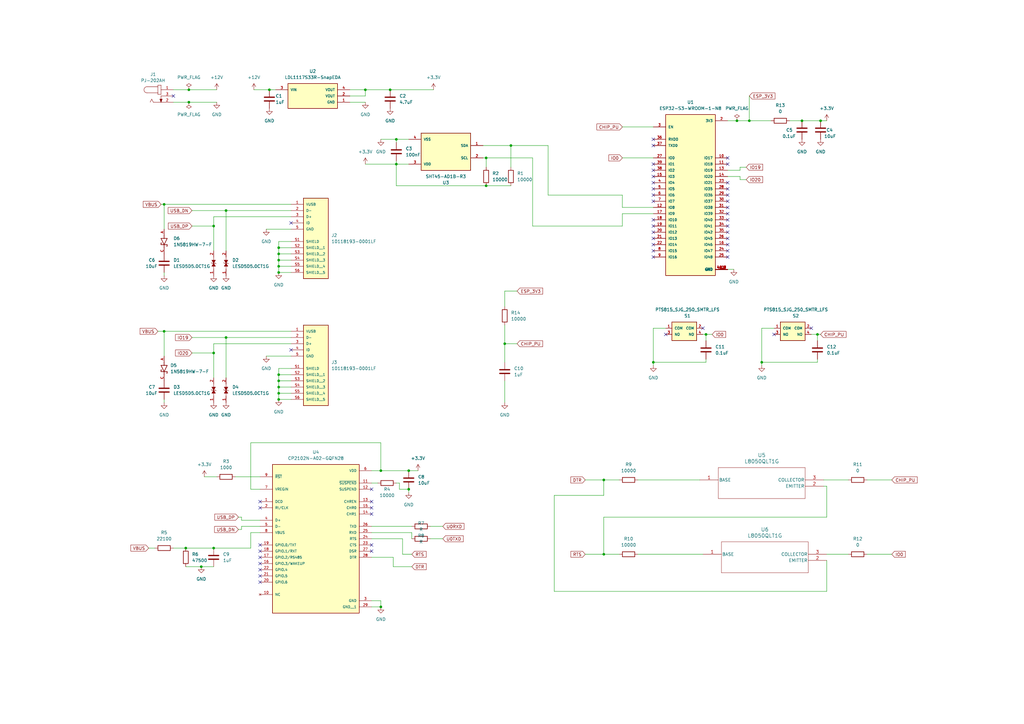
<source format=kicad_sch>
(kicad_sch (version 20230121) (generator eeschema)
  (paper "A3")
  (lib_symbols
    (symbol "Device:C" (pin_numbers hide) (pin_names (offset 0.254))
      (property "Reference" "C" (at 0.635 2.54 0))
      (property "Value" "C" (at 0.635 -2.54 0))
      (symbol "C_1_1"
        (pin passive line (at 0 3.81 270) (length 2.794) (name "~") (number "1"))
        (pin passive line (at 0 -3.81 90) (length 2.794) (name "~") (number "2"))
      )
    )
    (symbol "Device:R" (pin_numbers hide) (pin_names (offset 0))
      (property "Reference" "R" (at 2.032 0 90))
      (property "Value" "R" (at 0 0 90))
      (symbol "R_1_1"
        (pin passive line (at 0 3.81 270) (length 1.27) (name "~") (number "1"))
        (pin passive line (at 0 -3.81 90) (length 1.27) (name "~") (number "2"))
      )
    )
    (symbol "ECE445:10118193-0001LF" (pin_names (offset 1.016))
      (property "Reference" "J" (at -5.0817 10.9286 0))
      (property "Value" "10118193-0001LF" (at -5.0819 -25.4097 0))
      (symbol "10118193-0001LF_0_0"
        (pin passive line (at -10.16 7.62 0) (length 5.08) (name "VUSB") (number "1"))
        (pin passive line (at -10.16 5.08 0) (length 5.08) (name "D-") (number "2"))
        (pin passive line (at -10.16 2.54 0) (length 5.08) (name "D+") (number "3"))
        (pin passive line (at -10.16 0 0) (length 5.08) (name "ID") (number "4"))
        (pin passive line (at -10.16 -2.54 0) (length 5.08) (name "GND") (number "5"))
        (pin passive line (at -10.16 -7.62 0) (length 5.08) (name "SHIELD") (number "S1"))
        (pin passive line (at -10.16 -10.16 0) (length 5.08) (name "SHIELD__1") (number "S2"))
        (pin passive line (at -10.16 -12.7 0) (length 5.08) (name "SHIELD__2") (number "S3"))
        (pin passive line (at -10.16 -15.24 0) (length 5.08) (name "SHIELD__3") (number "S4"))
        (pin passive line (at -10.16 -17.78 0) (length 5.08) (name "SHIELD__4") (number "S5"))
        (pin passive line (at -10.16 -20.32 0) (length 5.08) (name "SHIELD__5") (number "S6"))
      )
    )
    (symbol "ECE445:1N5819HW-7-F" (pin_names (offset 1.016))
      (property "Reference" "D" (at -5.08 2.54 0))
      (property "Value" "1N5819HW-7-F" (at -5.08 -3.81 0))
      (symbol "1N5819HW-7-F_0_0"
        (pin passive line (at -5.08 0 0) (length 2.54) (name "~") (number "A"))
        (pin passive line (at 5.08 0 180) (length 2.54) (name "~") (number "C"))
      )
    )
    (symbol "ECE445:CP2102N-A02-GQFN28" (pin_names (offset 1.016))
      (property "Reference" "U" (at -17.78 33.02 0))
      (property "Value" "CP2102N-A02-GQFN28" (at -17.78 -35.56 0))
      (symbol "CP2102N-A02-GQFN28_0_0"
        (pin input line (at -22.86 15.24 0) (length 5.08) (name "DCD") (number "1"))
        (pin no_connect line (at -22.86 -22.86 0) (length 5.08) (name "NC") (number "10"))
        (pin output line (at 22.86 22.86 180) (length 5.08) (name "~{SUSPEND}") (number "11"))
        (pin output line (at 22.86 20.32 180) (length 5.08) (name "SUSPEND") (number "12"))
        (pin output line (at 22.86 15.24 180) (length 5.08) (name "CHREN") (number "13"))
        (pin output line (at 22.86 10.16 180) (length 5.08) (name "CHR1") (number "14"))
        (pin output line (at 22.86 12.7 180) (length 5.08) (name "CHR0") (number "15"))
        (pin bidirectional line (at -22.86 -10.16 0) (length 5.08) (name "GPIO.3/WAKEUP") (number "16"))
        (pin bidirectional line (at -22.86 -7.62 0) (length 5.08) (name "GPIO.2/RS485") (number "17"))
        (pin bidirectional line (at -22.86 -5.08 0) (length 5.08) (name "GPIO.1/RXT") (number "18"))
        (pin bidirectional line (at -22.86 -2.54 0) (length 5.08) (name "GPIO.0/TXT") (number "19"))
        (pin bidirectional line (at -22.86 12.7 0) (length 5.08) (name "RI/CLK") (number "2"))
        (pin bidirectional line (at -22.86 -17.78 0) (length 5.08) (name "GPIO.6") (number "20"))
        (pin bidirectional line (at -22.86 -15.24 0) (length 5.08) (name "GPIO.5") (number "21"))
        (pin bidirectional line (at -22.86 -12.7 0) (length 5.08) (name "GPIO.4") (number "22"))
        (pin input line (at 22.86 -2.54 180) (length 5.08) (name "CTS") (number "23"))
        (pin output line (at 22.86 0 180) (length 5.08) (name "RTS") (number "24"))
        (pin input line (at 22.86 2.54 180) (length 5.08) (name "RXD") (number "25"))
        (pin output line (at 22.86 5.08 180) (length 5.08) (name "TXD") (number "26"))
        (pin input line (at 22.86 -5.08 180) (length 5.08) (name "DSR") (number "27"))
        (pin output line (at 22.86 -7.62 180) (length 5.08) (name "DTR") (number "28"))
        (pin power_in line (at 22.86 -27.94 180) (length 5.08) (name "GND__1") (number "29"))
        (pin power_in line (at 22.86 -25.4 180) (length 5.08) (name "GND") (number "3"))
        (pin bidirectional line (at -22.86 7.62 0) (length 5.08) (name "D+") (number "4"))
        (pin bidirectional line (at -22.86 5.08 0) (length 5.08) (name "D-") (number "5"))
        (pin power_in line (at 22.86 27.94 180) (length 5.08) (name "VDD") (number "6"))
        (pin input line (at -22.86 20.32 0) (length 5.08) (name "VREGIN") (number "7"))
        (pin input line (at -22.86 2.54 0) (length 5.08) (name "VBUS") (number "8"))
        (pin input line (at -22.86 25.4 0) (length 5.08) (name "~{RST}") (number "9"))
      )
    )
    (symbol "ECE445:ESP32-S3-WROOM-1-N8" (pin_names (offset 1.016))
      (property "Reference" "U" (at -10.16 31.5722 0))
      (property "Value" "ESP32-S3-WROOM-1-N8" (at -10.16 -38.1 0))
      (symbol "ESP32-S3-WROOM-1-N8_0_0"
        (pin power_in line (at 15.24 -33.02 180) (length 5.08) (name "GND") (number "1"))
        (pin bidirectional line (at 15.24 12.7 180) (length 5.08) (name "IO17") (number "10"))
        (pin bidirectional line (at 15.24 10.16 180) (length 5.08) (name "IO18") (number "11"))
        (pin bidirectional line (at -15.24 -7.62 0) (length 5.08) (name "IO8") (number "12"))
        (pin bidirectional line (at 15.24 7.62 180) (length 5.08) (name "IO19") (number "13"))
        (pin bidirectional line (at 15.24 5.08 180) (length 5.08) (name "IO20") (number "14"))
        (pin bidirectional line (at -15.24 5.08 0) (length 5.08) (name "IO3") (number "15"))
        (pin bidirectional line (at 15.24 -22.86 180) (length 5.08) (name "IO46") (number "16"))
        (pin bidirectional line (at -15.24 -10.16 0) (length 5.08) (name "IO9") (number "17"))
        (pin bidirectional line (at -15.24 -12.7 0) (length 5.08) (name "IO10") (number "18"))
        (pin bidirectional line (at -15.24 -15.24 0) (length 5.08) (name "IO11") (number "19"))
        (pin power_in line (at 15.24 27.94 180) (length 5.08) (name "3V3") (number "2"))
        (pin bidirectional line (at -15.24 -17.78 0) (length 5.08) (name "IO12") (number "20"))
        (pin bidirectional line (at -15.24 -20.32 0) (length 5.08) (name "IO13") (number "21"))
        (pin bidirectional line (at -15.24 -22.86 0) (length 5.08) (name "IO14") (number "22"))
        (pin bidirectional line (at 15.24 2.54 180) (length 5.08) (name "IO21") (number "23"))
        (pin bidirectional line (at 15.24 -25.4 180) (length 5.08) (name "IO47") (number "24"))
        (pin bidirectional line (at 15.24 -27.94 180) (length 5.08) (name "IO48") (number "25"))
        (pin bidirectional line (at 15.24 -20.32 180) (length 5.08) (name "IO45") (number "26"))
        (pin bidirectional line (at -15.24 12.7 0) (length 5.08) (name "IO0") (number "27"))
        (pin bidirectional line (at 15.24 0 180) (length 5.08) (name "IO35") (number "28"))
        (pin bidirectional line (at 15.24 -2.54 180) (length 5.08) (name "IO36") (number "29"))
        (pin input line (at -15.24 25.4 0) (length 5.08) (name "EN") (number "3"))
        (pin bidirectional line (at 15.24 -5.08 180) (length 5.08) (name "IO37") (number "30"))
        (pin bidirectional line (at 15.24 -7.62 180) (length 5.08) (name "IO38") (number "31"))
        (pin bidirectional line (at 15.24 -10.16 180) (length 5.08) (name "IO39") (number "32"))
        (pin bidirectional line (at 15.24 -12.7 180) (length 5.08) (name "IO40") (number "33"))
        (pin bidirectional line (at 15.24 -15.24 180) (length 5.08) (name "IO41") (number "34"))
        (pin bidirectional line (at 15.24 -17.78 180) (length 5.08) (name "IO42") (number "35"))
        (pin bidirectional line (at -15.24 20.32 0) (length 5.08) (name "RXD0") (number "36"))
        (pin bidirectional line (at -15.24 17.78 0) (length 5.08) (name "TXD0") (number "37"))
        (pin bidirectional line (at -15.24 7.62 0) (length 5.08) (name "IO2") (number "38"))
        (pin bidirectional line (at -15.24 10.16 0) (length 5.08) (name "IO1") (number "39"))
        (pin bidirectional line (at -15.24 2.54 0) (length 5.08) (name "IO4") (number "4"))
        (pin power_in line (at 15.24 -33.02 180) (length 5.08) (name "GND") (number "40"))
        (pin power_in line (at 15.24 -33.02 180) (length 5.08) (name "GND") (number "41_1"))
        (pin power_in line (at 15.24 -33.02 180) (length 5.08) (name "GND") (number "41_2"))
        (pin power_in line (at 15.24 -33.02 180) (length 5.08) (name "GND") (number "41_3"))
        (pin power_in line (at 15.24 -33.02 180) (length 5.08) (name "GND") (number "41_4"))
        (pin power_in line (at 15.24 -33.02 180) (length 5.08) (name "GND") (number "41_5"))
        (pin power_in line (at 15.24 -33.02 180) (length 5.08) (name "GND") (number "41_6"))
        (pin power_in line (at 15.24 -33.02 180) (length 5.08) (name "GND") (number "41_7"))
        (pin power_in line (at 15.24 -33.02 180) (length 5.08) (name "GND") (number "41_8"))
        (pin power_in line (at 15.24 -33.02 180) (length 5.08) (name "GND") (number "41_9"))
        (pin bidirectional line (at -15.24 0 0) (length 5.08) (name "IO5") (number "5"))
        (pin bidirectional line (at -15.24 -2.54 0) (length 5.08) (name "IO6") (number "6"))
        (pin bidirectional line (at -15.24 -5.08 0) (length 5.08) (name "IO7") (number "7"))
        (pin bidirectional line (at -15.24 -25.4 0) (length 5.08) (name "IO15") (number "8"))
        (pin bidirectional line (at -15.24 -27.94 0) (length 5.08) (name "IO16") (number "9"))
      )
    )
    (symbol "ECE445:L8050QLT1G" (pin_names (offset 0.254))
      (property "Reference" "U" (at 25.4 10.16 0))
      (property "Value" "L8050QLT1G" (at 25.4 7.62 0))
      (symbol "L8050QLT1G_0_1"
        (pin unspecified line (at 0 0 0) (length 7.62) (name "BASE") (number "1"))
        (pin unspecified line (at 50.8 -2.54 180) (length 7.62) (name "EMITTER") (number "2"))
        (pin unspecified line (at 50.8 0 180) (length 7.62) (name "COLLECTOR") (number "3"))
      )
    )
    (symbol "ECE445:LDL1117S33R-SnapEDA" (pin_names (offset 1.016))
      (property "Reference" "U" (at -10.16 7.62 0))
      (property "Value" "LDL1117S33R-SnapEDA" (at -10.16 -10.16 0))
      (symbol "LDL1117S33R-SnapEDA_0_0"
        (pin power_in line (at 15.24 -2.54 180) (length 5.08) (name "GND") (number "1"))
        (pin input line (at -15.24 2.54 0) (length 5.08) (name "VIN") (number "3"))
      )
      (symbol "LDL1117S33R-SnapEDA_1_0"
        (pin power_in line (at 15.24 0 180) (length 5.08) (name "VOUT") (number "2"))
        (pin power_out line (at 15.24 2.54 180) (length 5.08) (name "VOUT") (number "4"))
      )
    )
    (symbol "ECE445:LESD5D5.0CT1G" (pin_names (offset 1.016))
      (property "Reference" "D" (at -5.08 2.54 0))
      (property "Value" "LESD5D5.0CT1G" (at -5.08 -5.08 0))
      (symbol "LESD5D5.0CT1G_0_0"
        (pin passive line (at -5.08 0 0) (length 2.54) (name "~") (number "1"))
        (pin passive line (at 5.08 0 180) (length 2.54) (name "~") (number "2"))
      )
    )
    (symbol "ECE445:PJ-202AH" (pin_names (offset 1.016))
      (property "Reference" "J" (at -7.6202 5.0801 0))
      (property "Value" "PJ-202AH" (at -7.6203 -5.0802 0))
      (symbol "PJ-202AH_0_0"
        (pin passive line (at 5.08 2.54 180) (length 5.08) (name "~") (number "1"))
        (pin passive line (at 5.08 -2.54 180) (length 5.08) (name "~") (number "2"))
        (pin passive line (at 5.08 0 180) (length 5.08) (name "~") (number "3"))
      )
    )
    (symbol "ECE445:PTS815_SJG_250_SMTR_LFS" (pin_names (offset 1.016))
      (property "Reference" "S" (at 5.08 5.08 0))
      (property "Value" "PTS815_SJG_250_SMTR_LFS" (at 5.08 2.54 0))
      (symbol "PTS815_SJG_250_SMTR_LFS_0_0"
        (pin bidirectional line (at 12.7 -5.08 180) (length 2.54) (name "COM") (number "1"))
        (pin bidirectional line (at -2.54 -5.08 0) (length 2.54) (name "COM") (number "2"))
        (pin bidirectional line (at 12.7 -2.54 180) (length 2.54) (name "NO") (number "3"))
        (pin bidirectional line (at -2.54 -2.54 0) (length 2.54) (name "NO") (number "4"))
      )
    )
    (symbol "ECE445:SHT45-AD1B-R3" (pin_names (offset 1.016))
      (property "Reference" "U" (at -10.16 8.89 0))
      (property "Value" "SHT45-AD1B-R3" (at -10.16 -10.16 0))
      (symbol "SHT45-AD1B-R3_0_0"
        (pin bidirectional line (at -15.24 -2.54 0) (length 5.08) (name "SDA") (number "1"))
        (pin input line (at -15.24 2.54 0) (length 5.08) (name "SCL") (number "2"))
        (pin power_in line (at 15.24 5.08 180) (length 5.08) (name "VDD") (number "3"))
        (pin power_in line (at 15.24 -5.08 180) (length 5.08) (name "VSS") (number "4"))
      )
    )
    (symbol "power:+12V" (power) (pin_names (offset 0))
      (property "Value" "+12V" (at 0 3.556 0))
      (symbol "+12V_1_1"
        (pin power_in line (at 0 0 90) (length 0) hide (name "+12V") (number "1"))
      )
    )
    (symbol "power:+3.3V" (power) (pin_names (offset 0))
      (property "Value" "+3.3V" (at 0 3.556 0))
      (symbol "+3.3V_1_1"
        (pin power_in line (at 0 0 90) (length 0) hide (name "+3.3V") (number "1"))
      )
    )
    (symbol "power:GND" (power) (pin_names (offset 0))
      (property "Value" "GND" (at 0 -3.81 0))
      (symbol "GND_1_1"
        (pin power_in line (at 0 0 270) (length 0) hide (name "GND") (number "1"))
      )
    )
    (symbol "power:PWR_FLAG" (power) (pin_numbers hide) (pin_names (offset 0) hide)
      (property "Value" "PWR_FLAG" (at 0 3.81 0))
      (symbol "PWR_FLAG_0_0"
        (pin power_out line (at 0 0 90) (length 0) (name "pwr") (number "1"))
      )
    )
  )
  (junction (at 162.56 67.31))
  (junction (at 302.26 49.53))
  (junction (at 209.55 59.69))
  (junction (at 82.55 232.41))
  (junction (at 267.97 148.59))
  (junction (at 156.21 248.92))
  (junction (at 247.65 196.85))
  (junction (at 335.28 137.16))
  (junction (at 114.3 109.22))
  (junction (at 114.3 104.14))
  (junction (at 160.02 36.83))
  (junction (at 199.39 76.2))
  (junction (at 247.65 227.33))
  (junction (at 114.3 156.21))
  (junction (at 289.56 137.16))
  (junction (at 328.93 49.53))
  (junction (at 87.63 224.79))
  (junction (at 156.21 193.04))
  (junction (at 67.31 135.89))
  (junction (at 114.3 106.68))
  (junction (at 110.49 36.83))
  (junction (at 336.55 49.53))
  (junction (at 207.01 140.97))
  (junction (at 307.34 49.53))
  (junction (at 92.71 86.36))
  (junction (at 149.86 36.83))
  (junction (at 77.47 36.83))
  (junction (at 312.42 148.59))
  (junction (at 114.3 153.67))
  (junction (at 67.31 83.82))
  (junction (at 87.63 144.78))
  (junction (at 114.3 161.29))
  (junction (at 114.3 163.83))
  (junction (at 167.64 193.04))
  (junction (at 114.3 158.75))
  (junction (at 87.63 92.71))
  (junction (at 114.3 111.76))
  (junction (at 76.2 224.79))
  (junction (at 162.56 57.15))
  (junction (at 77.47 41.91))
  (junction (at 167.64 200.66))
  (junction (at 114.3 101.6))
  (junction (at 199.39 64.77))
  (junction (at 92.71 138.43))
  (no_connect (at 267.97 69.85))
  (no_connect (at 119.38 143.51))
  (no_connect (at 298.45 64.77))
  (no_connect (at 298.45 105.41))
  (no_connect (at 152.4 223.52))
  (no_connect (at 298.45 90.17))
  (no_connect (at 267.97 105.41))
  (no_connect (at 267.97 92.71))
  (no_connect (at 267.97 72.39))
  (no_connect (at 267.97 97.79))
  (no_connect (at 298.45 87.63))
  (no_connect (at 71.12 39.37))
  (no_connect (at 267.97 82.55))
  (no_connect (at 152.4 226.06))
  (no_connect (at 267.97 77.47))
  (no_connect (at 298.45 95.25))
  (no_connect (at 267.97 57.15))
  (no_connect (at 298.45 67.31))
  (no_connect (at 106.68 238.76))
  (no_connect (at 298.45 74.93))
  (no_connect (at 317.5 137.16))
  (no_connect (at 267.97 90.17))
  (no_connect (at 106.68 236.22))
  (no_connect (at 152.4 210.82))
  (no_connect (at 267.97 59.69))
  (no_connect (at 298.45 80.01))
  (no_connect (at 106.68 223.52))
  (no_connect (at 298.45 92.71))
  (no_connect (at 106.68 233.68))
  (no_connect (at 298.45 82.55))
  (no_connect (at 106.68 231.14))
  (no_connect (at 152.4 208.28))
  (no_connect (at 298.45 102.87))
  (no_connect (at 267.97 102.87))
  (no_connect (at 288.29 134.62))
  (no_connect (at 267.97 100.33))
  (no_connect (at 152.4 205.74))
  (no_connect (at 106.68 208.28))
  (no_connect (at 298.45 85.09))
  (no_connect (at 298.45 77.47))
  (no_connect (at 267.97 67.31))
  (no_connect (at 267.97 74.93))
  (no_connect (at 298.45 100.33))
  (no_connect (at 298.45 97.79))
  (no_connect (at 152.4 200.66))
  (no_connect (at 106.68 228.6))
  (no_connect (at 273.05 137.16))
  (no_connect (at 106.68 226.06))
  (no_connect (at 332.74 134.62))
  (no_connect (at 119.38 91.44))
  (no_connect (at 267.97 80.01))
  (no_connect (at 267.97 95.25))
  (no_connect (at 106.68 205.74))
  (wire (pts (xy 143.51 36.83) (xy 149.86 36.83)))
  (wire (pts (xy 267.97 148.59) (xy 289.56 148.59)))
  (wire (pts (xy 114.3 158.75) (xy 119.38 158.75)))
  (wire (pts (xy 199.39 64.77) (xy 218.44 64.77)))
  (wire (pts (xy 156.21 246.38) (xy 156.21 248.92)))
  (wire (pts (xy 207.01 156.21) (xy 207.01 165.1)))
  (wire (pts (xy 162.56 66.04) (xy 162.56 67.31)))
  (wire (pts (xy 110.49 36.83) (xy 113.03 36.83)))
  (wire (pts (xy 261.62 227.33) (xy 288.29 227.33)))
  (wire (pts (xy 114.3 104.14) (xy 114.3 106.68)))
  (wire (pts (xy 289.56 137.16) (xy 292.1 137.16)))
  (wire (pts (xy 198.12 64.77) (xy 199.39 64.77)))
  (wire (pts (xy 255.27 92.71) (xy 255.27 87.63)))
  (wire (pts (xy 104.14 36.83) (xy 110.49 36.83)))
  (wire (pts (xy 161.29 228.6) (xy 161.29 232.41)))
  (wire (pts (xy 71.12 41.91) (xy 77.47 41.91)))
  (wire (pts (xy 149.86 36.83) (xy 160.02 36.83)))
  (wire (pts (xy 207.01 140.97) (xy 207.01 148.59)))
  (wire (pts (xy 255.27 85.09) (xy 267.97 85.09)))
  (wire (pts (xy 162.56 57.15) (xy 162.56 58.42)))
  (wire (pts (xy 114.3 101.6) (xy 114.3 104.14)))
  (wire (pts (xy 209.55 59.69) (xy 198.12 59.69)))
  (wire (pts (xy 255.27 87.63) (xy 267.97 87.63)))
  (wire (pts (xy 298.45 72.39) (xy 303.53 72.39)))
  (wire (pts (xy 114.3 104.14) (xy 119.38 104.14)))
  (wire (pts (xy 335.28 137.16) (xy 336.55 137.16)))
  (wire (pts (xy 114.3 109.22) (xy 114.3 111.76)))
  (wire (pts (xy 114.3 99.06) (xy 114.3 101.6)))
  (wire (pts (xy 339.09 49.53) (xy 336.55 49.53)))
  (wire (pts (xy 224.79 59.69) (xy 209.55 59.69)))
  (wire (pts (xy 71.12 36.83) (xy 77.47 36.83)))
  (wire (pts (xy 207.01 140.97) (xy 212.09 140.97)))
  (wire (pts (xy 99.06 217.17) (xy 99.06 215.9)))
  (wire (pts (xy 152.4 218.44) (xy 168.91 218.44)))
  (wire (pts (xy 312.42 134.62) (xy 312.42 148.59)))
  (wire (pts (xy 78.74 138.43) (xy 92.71 138.43)))
  (wire (pts (xy 303.53 69.85) (xy 303.53 68.58)))
  (wire (pts (xy 87.63 144.78) (xy 87.63 140.97)))
  (wire (pts (xy 114.3 156.21) (xy 114.3 158.75)))
  (wire (pts (xy 339.09 229.87) (xy 339.09 242.57)))
  (wire (pts (xy 78.74 86.36) (xy 92.71 86.36)))
  (wire (pts (xy 114.3 158.75) (xy 114.3 161.29)))
  (wire (pts (xy 335.28 147.32) (xy 335.28 148.59)))
  (wire (pts (xy 67.31 135.89) (xy 119.38 135.89)))
  (wire (pts (xy 87.63 144.78) (xy 87.63 154.94)))
  (wire (pts (xy 87.63 88.9) (xy 119.38 88.9)))
  (wire (pts (xy 176.53 220.98) (xy 181.61 220.98)))
  (wire (pts (xy 67.31 83.82) (xy 119.38 83.82)))
  (wire (pts (xy 337.82 196.85) (xy 347.98 196.85)))
  (wire (pts (xy 336.55 49.53) (xy 328.93 49.53)))
  (wire (pts (xy 339.09 242.57) (xy 227.33 242.57)))
  (wire (pts (xy 78.74 92.71) (xy 87.63 92.71)))
  (wire (pts (xy 67.31 135.89) (xy 67.31 146.05)))
  (wire (pts (xy 114.3 101.6) (xy 119.38 101.6)))
  (wire (pts (xy 298.45 69.85) (xy 303.53 69.85)))
  (wire (pts (xy 96.52 195.58) (xy 106.68 195.58)))
  (wire (pts (xy 143.51 39.37) (xy 149.86 39.37)))
  (wire (pts (xy 227.33 203.2) (xy 247.65 203.2)))
  (wire (pts (xy 152.4 246.38) (xy 156.21 246.38)))
  (wire (pts (xy 218.44 92.71) (xy 218.44 64.77)))
  (wire (pts (xy 162.56 198.12) (xy 163.83 198.12)))
  (wire (pts (xy 102.87 200.66) (xy 102.87 181.61)))
  (wire (pts (xy 102.87 224.79) (xy 87.63 224.79)))
  (wire (pts (xy 77.47 41.91) (xy 88.9 41.91)))
  (wire (pts (xy 302.26 49.53) (xy 307.34 49.53)))
  (wire (pts (xy 76.2 232.41) (xy 82.55 232.41)))
  (wire (pts (xy 337.82 199.39) (xy 339.09 199.39)))
  (wire (pts (xy 165.1 220.98) (xy 165.1 227.33)))
  (wire (pts (xy 317.5 134.62) (xy 312.42 134.62)))
  (wire (pts (xy 92.71 138.43) (xy 92.71 154.94)))
  (wire (pts (xy 303.53 72.39) (xy 303.53 73.66)))
  (wire (pts (xy 156.21 57.15) (xy 162.56 57.15)))
  (wire (pts (xy 247.65 227.33) (xy 254 227.33)))
  (wire (pts (xy 152.4 198.12) (xy 154.94 198.12)))
  (wire (pts (xy 114.3 163.83) (xy 119.38 163.83)))
  (wire (pts (xy 102.87 218.44) (xy 102.87 224.79)))
  (wire (pts (xy 114.3 153.67) (xy 114.3 156.21)))
  (wire (pts (xy 323.85 49.53) (xy 328.93 49.53)))
  (wire (pts (xy 312.42 148.59) (xy 312.42 149.86)))
  (wire (pts (xy 152.4 248.92) (xy 156.21 248.92)))
  (wire (pts (xy 303.53 73.66) (xy 306.07 73.66)))
  (wire (pts (xy 78.74 144.78) (xy 87.63 144.78)))
  (wire (pts (xy 199.39 64.77) (xy 199.39 68.58)))
  (wire (pts (xy 218.44 92.71) (xy 255.27 92.71)))
  (wire (pts (xy 109.22 146.05) (xy 119.38 146.05)))
  (wire (pts (xy 247.65 203.2) (xy 247.65 196.85)))
  (wire (pts (xy 261.62 196.85) (xy 287.02 196.85)))
  (wire (pts (xy 332.74 137.16) (xy 335.28 137.16)))
  (wire (pts (xy 87.63 140.97) (xy 119.38 140.97)))
  (wire (pts (xy 267.97 134.62) (xy 267.97 148.59)))
  (wire (pts (xy 76.2 224.79) (xy 87.63 224.79)))
  (wire (pts (xy 102.87 181.61) (xy 156.21 181.61)))
  (wire (pts (xy 67.31 83.82) (xy 67.31 93.98)))
  (wire (pts (xy 92.71 86.36) (xy 119.38 86.36)))
  (wire (pts (xy 307.34 49.53) (xy 316.23 49.53)))
  (wire (pts (xy 143.51 41.91) (xy 149.86 41.91)))
  (wire (pts (xy 167.64 201.93) (xy 167.64 200.66)))
  (wire (pts (xy 77.47 36.83) (xy 88.9 36.83)))
  (wire (pts (xy 114.3 161.29) (xy 119.38 161.29)))
  (wire (pts (xy 163.83 198.12) (xy 163.83 200.66)))
  (wire (pts (xy 240.03 196.85) (xy 247.65 196.85)))
  (wire (pts (xy 199.39 76.2) (xy 209.55 76.2)))
  (wire (pts (xy 168.91 218.44) (xy 168.91 220.98)))
  (wire (pts (xy 339.09 212.09) (xy 247.65 212.09)))
  (wire (pts (xy 87.63 92.71) (xy 87.63 88.9)))
  (wire (pts (xy 163.83 200.66) (xy 167.64 200.66)))
  (wire (pts (xy 114.3 156.21) (xy 119.38 156.21)))
  (wire (pts (xy 149.86 39.37) (xy 149.86 36.83)))
  (wire (pts (xy 119.38 151.13) (xy 114.3 151.13)))
  (wire (pts (xy 267.97 148.59) (xy 267.97 149.86)))
  (wire (pts (xy 92.71 138.43) (xy 119.38 138.43)))
  (wire (pts (xy 247.65 212.09) (xy 247.65 227.33)))
  (wire (pts (xy 298.45 49.53) (xy 302.26 49.53)))
  (wire (pts (xy 99.06 213.36) (xy 106.68 213.36)))
  (wire (pts (xy 99.06 212.09) (xy 99.06 213.36)))
  (wire (pts (xy 335.28 148.59) (xy 312.42 148.59)))
  (wire (pts (xy 167.64 193.04) (xy 171.45 193.04)))
  (wire (pts (xy 339.09 199.39) (xy 339.09 212.09)))
  (wire (pts (xy 160.02 36.83) (xy 177.8 36.83)))
  (wire (pts (xy 212.09 119.38) (xy 207.01 119.38)))
  (wire (pts (xy 335.28 137.16) (xy 335.28 139.7)))
  (wire (pts (xy 209.55 59.69) (xy 209.55 68.58)))
  (wire (pts (xy 162.56 67.31) (xy 167.64 67.31)))
  (wire (pts (xy 288.29 137.16) (xy 289.56 137.16)))
  (wire (pts (xy 114.3 106.68) (xy 114.3 109.22)))
  (wire (pts (xy 114.3 161.29) (xy 114.3 163.83)))
  (wire (pts (xy 66.04 83.82) (xy 67.31 83.82)))
  (wire (pts (xy 273.05 134.62) (xy 267.97 134.62)))
  (wire (pts (xy 207.01 133.35) (xy 207.01 140.97)))
  (wire (pts (xy 255.27 52.07) (xy 267.97 52.07)))
  (wire (pts (xy 109.22 93.98) (xy 119.38 93.98)))
  (wire (pts (xy 114.3 151.13) (xy 114.3 153.67)))
  (wire (pts (xy 99.06 215.9) (xy 106.68 215.9)))
  (wire (pts (xy 97.79 212.09) (xy 99.06 212.09)))
  (wire (pts (xy 114.3 153.67) (xy 119.38 153.67)))
  (wire (pts (xy 355.6 227.33) (xy 365.76 227.33)))
  (wire (pts (xy 199.39 76.2) (xy 162.56 76.2)))
  (wire (pts (xy 114.3 106.68) (xy 119.38 106.68)))
  (wire (pts (xy 224.79 80.01) (xy 224.79 59.69)))
  (wire (pts (xy 114.3 109.22) (xy 119.38 109.22)))
  (wire (pts (xy 176.53 215.9) (xy 181.61 215.9)))
  (wire (pts (xy 156.21 193.04) (xy 167.64 193.04)))
  (wire (pts (xy 307.34 39.37) (xy 307.34 49.53)))
  (wire (pts (xy 152.4 220.98) (xy 165.1 220.98)))
  (wire (pts (xy 119.38 99.06) (xy 114.3 99.06)))
  (wire (pts (xy 303.53 68.58) (xy 306.07 68.58)))
  (wire (pts (xy 240.03 227.33) (xy 247.65 227.33)))
  (wire (pts (xy 152.4 228.6) (xy 161.29 228.6)))
  (wire (pts (xy 83.82 195.58) (xy 88.9 195.58)))
  (wire (pts (xy 289.56 147.32) (xy 289.56 148.59)))
  (wire (pts (xy 224.79 80.01) (xy 255.27 80.01)))
  (wire (pts (xy 255.27 80.01) (xy 255.27 85.09)))
  (wire (pts (xy 161.29 232.41) (xy 168.91 232.41)))
  (wire (pts (xy 114.3 111.76) (xy 119.38 111.76)))
  (wire (pts (xy 152.4 193.04) (xy 156.21 193.04)))
  (wire (pts (xy 152.4 215.9) (xy 168.91 215.9)))
  (wire (pts (xy 97.79 217.17) (xy 99.06 217.17)))
  (wire (pts (xy 355.6 196.85) (xy 365.76 196.85)))
  (wire (pts (xy 71.12 224.79) (xy 76.2 224.79)))
  (wire (pts (xy 156.21 181.61) (xy 156.21 193.04)))
  (wire (pts (xy 162.56 57.15) (xy 167.64 57.15)))
  (wire (pts (xy 64.77 135.89) (xy 67.31 135.89)))
  (wire (pts (xy 82.55 232.41) (xy 87.63 232.41)))
  (wire (pts (xy 162.56 76.2) (xy 162.56 67.31)))
  (wire (pts (xy 207.01 119.38) (xy 207.01 125.73)))
  (wire (pts (xy 300.99 110.49) (xy 298.45 110.49)))
  (wire (pts (xy 165.1 227.33) (xy 168.91 227.33)))
  (wire (pts (xy 227.33 242.57) (xy 227.33 203.2)))
  (wire (pts (xy 247.65 196.85) (xy 254 196.85)))
  (wire (pts (xy 339.09 227.33) (xy 347.98 227.33)))
  (wire (pts (xy 92.71 86.36) (xy 92.71 102.87)))
  (wire (pts (xy 255.27 64.77) (xy 267.97 64.77)))
  (wire (pts (xy 87.63 92.71) (xy 87.63 102.87)))
  (wire (pts (xy 67.31 111.76) (xy 67.31 113.03)))
  (wire (pts (xy 60.96 224.79) (xy 63.5 224.79)))
  (wire (pts (xy 289.56 137.16) (xy 289.56 139.7)))
  (wire (pts (xy 67.31 163.83) (xy 67.31 165.1)))
  (wire (pts (xy 106.68 218.44) (xy 102.87 218.44)))
  (wire (pts (xy 149.86 67.31) (xy 162.56 67.31)))
  (wire (pts (xy 106.68 200.66) (xy 102.87 200.66)))
  (global_label "VBUS" (shape input) (at 64.77 135.89 180) (property "Intersheetrefs" "${INTERSHEET_REFS}" (effects hide)))
  (global_label "IO0" (shape input) (at 292.1 137.16 0) (property "Intersheetrefs" "${INTERSHEET_REFS}" (effects hide)))
  (global_label "U0RXD" (shape input) (at 181.61 215.9 0) (property "Intersheetrefs" "${INTERSHEET_REFS}" (effects hide)))
  (global_label "U0TXD" (shape input) (at 181.61 220.98 0) (property "Intersheetrefs" "${INTERSHEET_REFS}" (effects hide)))
  (global_label "CHIP_PU" (shape input) (at 365.76 196.85 0) (property "Intersheetrefs" "${INTERSHEET_REFS}" (effects hide)))
  (global_label "ESP_3V3" (shape input) (at 307.34 39.37 0) (property "Intersheetrefs" "${INTERSHEET_REFS}" (effects hide)))
  (global_label "CHIP_PU" (shape input) (at 255.27 52.07 180) (property "Intersheetrefs" "${INTERSHEET_REFS}" (effects hide)))
  (global_label "DTR" (shape input) (at 240.03 196.85 180) (property "Intersheetrefs" "${INTERSHEET_REFS}" (effects hide)))
  (global_label "IO19" (shape input) (at 306.07 68.58 0) (property "Intersheetrefs" "${INTERSHEET_REFS}" (effects hide)))
  (global_label "RTS" (shape input) (at 240.03 227.33 180) (property "Intersheetrefs" "${INTERSHEET_REFS}" (effects hide)))
  (global_label "IO0" (shape input) (at 255.27 64.77 180) (property "Intersheetrefs" "${INTERSHEET_REFS}" (effects hide)))
  (global_label "CHIP_PU" (shape input) (at 212.09 140.97 0) (property "Intersheetrefs" "${INTERSHEET_REFS}" (effects hide)))
  (global_label "IO20" (shape input) (at 78.74 144.78 180) (property "Intersheetrefs" "${INTERSHEET_REFS}" (effects hide)))
  (global_label "USB_DP" (shape input) (at 78.74 92.71 180) (property "Intersheetrefs" "${INTERSHEET_REFS}" (effects hide)))
  (global_label "VBUS" (shape input) (at 66.04 83.82 180) (property "Intersheetrefs" "${INTERSHEET_REFS}" (effects hide)))
  (global_label "VBUS" (shape input) (at 60.96 224.79 180) (property "Intersheetrefs" "${INTERSHEET_REFS}" (effects hide)))
  (global_label "USB_DN" (shape input) (at 97.79 217.17 180) (property "Intersheetrefs" "${INTERSHEET_REFS}" (effects hide)))
  (global_label "RTS" (shape input) (at 168.91 227.33 0) (property "Intersheetrefs" "${INTERSHEET_REFS}" (effects hide)))
  (global_label "IO20" (shape input) (at 306.07 73.66 0) (property "Intersheetrefs" "${INTERSHEET_REFS}" (effects hide)))
  (global_label "CHIP_PU" (shape input) (at 336.55 137.16 0) (property "Intersheetrefs" "${INTERSHEET_REFS}" (effects hide)))
  (global_label "ESP_3V3" (shape input) (at 212.09 119.38 0) (property "Intersheetrefs" "${INTERSHEET_REFS}" (effects hide)))
  (global_label "USB_DN" (shape input) (at 78.74 86.36 180) (property "Intersheetrefs" "${INTERSHEET_REFS}" (effects hide)))
  (global_label "DTR" (shape input) (at 168.91 232.41 0) (property "Intersheetrefs" "${INTERSHEET_REFS}" (effects hide)))
  (global_label "USB_DP" (shape input) (at 97.79 212.09 180) (property "Intersheetrefs" "${INTERSHEET_REFS}" (effects hide)))
  (global_label "IO19" (shape input) (at 78.74 138.43 180) (property "Intersheetrefs" "${INTERSHEET_REFS}" (effects hide)))
  (global_label "IO0" (shape input) (at 365.76 227.33 0) (property "Intersheetrefs" "${INTERSHEET_REFS}" (effects hide)))
  (symbol (lib_id "ECE445:LESD5D5.0CT1G") (at 92.71 160.02 90) (unit 1)
    (property "Reference" "D4" (at 95.25 158.75 90) (effects (justify right)))
    (property "Value" "LESD5D5.0CT1G" (at 95.25 161.29 90) (effects (justify right)))
    (property "Footprint" "LESD5D5.0CT1G:TVS_LESD5D5.0CT1G" (effects hide))
    (property "MF" "Leshan Radio Co." (effects hide))
    (property "MAXIMUM_PACKAGE_HEIGHT" "0.7 mm" (effects hide))
    (property "Package" "None" (effects hide))
    (property "Price" "None" (effects hide))
    (property "Check_prices" "https://www.snapeda.com/parts/LESD5D5.0CT1G/Leshan+Radio+Co./view-part/?ref=eda" (effects hide))
    (property "STANDARD" "Manufacturer Recommendations" (effects hide))
    (property "PARTREV" "O" (effects hide))
    (property "SnapEDA_Link" "https://www.snapeda.com/parts/LESD5D5.0CT1G/Leshan+Radio+Co./view-part/?ref=snap" (effects hide))
    (property "MP" "LESD5D5.0CT1G" (effects hide))
    (property "Description" "\nTransient Voltage Suppressors for ESD Protection\n" (effects hide))
    (property "Availability" "Not in stock" (effects hide))
    (property "MANUFACTURER" "LRC" (effects hide))
  )
  (symbol (lib_id "power:GND") (at 328.93 57.15 0) (mirror y) (unit 1)
    (property "Reference" "#PWR014" (effects hide))
    (property "Value" "GND" (at 328.93 62.23 0))
  )
  (symbol (lib_id "Device:R") (at 209.55 72.39 0) (unit 1)
    (property "Reference" "R1" (at 212.09 71.12 0) (effects (justify left)))
    (property "Value" "10000" (at 212.09 73.66 0) (effects (justify left)))
  )
  (symbol (lib_id "Device:R") (at 172.72 220.98 90) (unit 1)
    (property "Reference" "R8" (at 172.72 219.71 90))
    (property "Value" "R" (at 172.72 222.25 90))
  )
  (symbol (lib_id "power:PWR_FLAG") (at 77.47 36.83 0) (unit 1)
    (property "Reference" "#FLG01" (effects hide))
    (property "Value" "PWR_FLAG" (at 77.47 31.75 0))
  )
  (symbol (lib_id "ECE445:L8050QLT1G") (at 288.29 227.33 0) (unit 1)
    (property "Reference" "U6" (at 313.69 217.17 0) (effects (font (size 1.524 1.524))))
    (property "Value" "L8050QLT1G" (at 313.69 219.71 0) (effects (font (size 1.524 1.524))))
    (property "Footprint" "SOT-23_ONS" (effects hide))
    (property "Datasheet" "KSC3265YMTF" (effects hide))
  )
  (symbol (lib_id "Device:R") (at 257.81 196.85 90) (unit 1)
    (property "Reference" "R9" (at 257.81 190.5 90))
    (property "Value" "10000" (at 257.81 193.04 90))
  )
  (symbol (lib_id "power:GND") (at 87.63 165.1 0) (unit 1)
    (property "Reference" "#PWR018" (effects hide))
    (property "Value" "GND" (at 87.63 170.18 0))
  )
  (symbol (lib_id "ECE445:L8050QLT1G") (at 287.02 196.85 0) (unit 1)
    (property "Reference" "U5" (at 312.42 186.69 0) (effects (font (size 1.524 1.524))))
    (property "Value" "L8050QLT1G" (at 312.42 189.23 0) (effects (font (size 1.524 1.524))))
    (property "Footprint" "SOT-23_ONS" (effects hide))
    (property "Datasheet" "KSC3265YMTF" (effects hide))
  )
  (symbol (lib_id "Device:R") (at 207.01 129.54 0) (unit 1)
    (property "Reference" "R14" (at 209.55 128.27 0) (effects (justify left)))
    (property "Value" "10000" (at 209.55 130.81 0) (effects (justify left)))
  )
  (symbol (lib_id "Device:C") (at 87.63 228.6 0) (unit 1)
    (property "Reference" "C9" (at 91.44 227.33 0) (effects (justify left)))
    (property "Value" "1uF" (at 91.44 229.87 0) (effects (justify left)))
  )
  (symbol (lib_id "ECE445:10118193-0001LF") (at 129.54 143.51 0) (unit 1)
    (property "Reference" "J3" (at 135.89 148.59 0) (effects (justify left)))
    (property "Value" "10118193-0001LF" (at 135.89 151.13 0) (effects (justify left)))
    (property "Footprint" "10118193-0001LF:AMPHENOL_10118193-0001LF" (effects hide))
    (property "PARTREV" "E" (effects hide))
    (property "MANUFACTURER" "Amphenol FCI" (effects hide))
    (property "MAXIMUM_PACKAGE_HEIGHT" "2.55 mm" (effects hide))
    (property "STANDARD" "Manufacturer Recommendations" (effects hide))
  )
  (symbol (lib_id "Device:C") (at 160.02 40.64 0) (unit 1)
    (property "Reference" "C2" (at 163.83 39.37 0) (effects (justify left)))
    (property "Value" "4.7uF" (at 163.83 41.91 0) (effects (justify left)))
  )
  (symbol (lib_id "ECE445:1N5819HW-7-F") (at 67.31 151.13 270) (unit 1)
    (property "Reference" "D5" (at 69.85 149.86 90) (effects (justify left)))
    (property "Value" "1N5819HW-7-F" (at 69.85 152.4 90) (effects (justify left)))
    (property "Footprint" "1N5819HW-7-F:SOD3715X145N" (effects hide))
    (property "PARTREV" "18-2" (effects hide))
    (property "STANDARD" "IPC-7351B" (effects hide))
    (property "MANUFACTURER" "Diodes Inc." (effects hide))
  )
  (symbol (lib_id "Device:C") (at 335.28 143.51 0) (unit 1)
    (property "Reference" "C12" (at 339.09 142.24 0) (effects (justify left)))
    (property "Value" "0.1uF" (at 339.09 144.78 0) (effects (justify left)))
  )
  (symbol (lib_id "ECE445:1N5819HW-7-F") (at 67.31 99.06 270) (unit 1)
    (property "Reference" "D6" (at 71.12 97.79 90) (effects (justify left)))
    (property "Value" "1N5819HW-7-F" (at 71.12 100.33 90) (effects (justify left)))
    (property "Footprint" "1N5819HW-7-F:SOD3715X145N" (effects hide))
    (property "PARTREV" "18-2" (effects hide))
    (property "STANDARD" "IPC-7351B" (effects hide))
    (property "MANUFACTURER" "Diodes Inc." (effects hide))
  )
  (symbol (lib_id "ECE445:LESD5D5.0CT1G") (at 87.63 107.95 90) (unit 1)
    (property "Reference" "D1" (at 71.12 106.68 90) (effects (justify right)))
    (property "Value" "LESD5D5.0CT1G" (at 71.12 109.22 90) (effects (justify right)))
    (property "Footprint" "LESD5D5.0CT1G:TVS_LESD5D5.0CT1G" (effects hide))
    (property "MF" "Leshan Radio Co." (effects hide))
    (property "MAXIMUM_PACKAGE_HEIGHT" "0.7 mm" (effects hide))
    (property "Package" "None" (effects hide))
    (property "Price" "None" (effects hide))
    (property "Check_prices" "https://www.snapeda.com/parts/LESD5D5.0CT1G/Leshan+Radio+Co./view-part/?ref=eda" (effects hide))
    (property "STANDARD" "Manufacturer Recommendations" (effects hide))
    (property "PARTREV" "O" (effects hide))
    (property "SnapEDA_Link" "https://www.snapeda.com/parts/LESD5D5.0CT1G/Leshan+Radio+Co./view-part/?ref=snap" (effects hide))
    (property "MP" "LESD5D5.0CT1G" (effects hide))
    (property "Description" "\nTransient Voltage Suppressors for ESD Protection\n" (effects hide))
    (property "Availability" "Not in stock" (effects hide))
    (property "MANUFACTURER" "LRC" (effects hide))
  )
  (symbol (lib_id "power:GND") (at 267.97 149.86 0) (unit 1)
    (property "Reference" "#PWR030" (effects hide))
    (property "Value" "GND" (at 267.97 154.94 0))
  )
  (symbol (lib_id "power:+12V") (at 88.9 36.83 0) (unit 1)
    (property "Reference" "#PWR01" (effects hide))
    (property "Value" "+12V" (at 88.9 31.75 0))
  )
  (symbol (lib_id "power:+3.3V") (at 171.45 193.04 0) (unit 1)
    (property "Reference" "#PWR025" (effects hide))
    (property "Value" "+3.3V" (at 171.45 187.96 0))
  )
  (symbol (lib_id "ECE445:ESP32-S3-WROOM-1-N8") (at 283.21 77.47 0) (unit 1)
    (property "Reference" "U1" (at 283.21 41.91 0))
    (property "Value" "ESP32-S3-WROOM-1-N8" (at 283.21 44.45 0))
    (property "Footprint" "ESP32-S3-WROOM-1-N8:XCVR_ESP32-S3-WROOM-1-N8" (effects hide))
    (property "DigiKey_Part_Number" "1965-ESP32-S3-WROOM-1-N8TR-ND" (effects hide))
    (property "MF" "Espressif Systems" (effects hide))
    (property "DESCRIPTION" "Bluetooth, WiFi 802.11b/g/n, Bluetooth v5.0 Transceiver Module 2.4GHz PCB Trace Surface Mount" (effects hide))
    (property "PACKAGE" "None" (effects hide))
    (property "PRICE" "None" (effects hide))
    (property "Package" "NON STANDARD Espressif Systems" (effects hide))
    (property "Check_prices" "https://www.snapeda.com/parts/ESP32-S3-WROOM-1-N8/Espressif+Systems/view-part/?ref=eda" (effects hide))
    (property "SnapEDA_Link" "https://www.snapeda.com/parts/ESP32-S3-WROOM-1-N8/Espressif+Systems/view-part/?ref=snap" (effects hide))
    (property "MP" "ESP32-S3-WROOM-1-N8" (effects hide))
    (property "Purchase-URL" "https://www.snapeda.com/api/url_track_click_mouser/?unipart_id=11020927&manufacturer=Espressif Systems&part_name=ESP32-S3-WROOM-1-N8&search_term=None" (effects hide))
    (property "Description" "\nWiFi 802.11a/b/g/n, Bluetooth v5.0 Transceiver Module 2.4GHz Antenna Not Included -\n" (effects hide))
    (property "AVAILABILITY" "In Stock" (effects hide))
    (property "PURCHASE-URL" "https://pricing.snapeda.com/search/part/ESP32-S3-WROOM-1-N8R8/?ref=eda" (effects hide))
  )
  (symbol (lib_id "power:GND") (at 167.64 201.93 0) (unit 1)
    (property "Reference" "#PWR026" (effects hide))
    (property "Value" "GND" (at 167.64 207.01 0))
  )
  (symbol (lib_id "Device:R") (at 158.75 198.12 270) (unit 1)
    (property "Reference" "R4" (at 158.75 200.66 90))
    (property "Value" "10000" (at 158.75 203.2 90))
  )
  (symbol (lib_id "Device:R") (at 92.71 195.58 90) (unit 1)
    (property "Reference" "R3" (at 92.71 189.23 90))
    (property "Value" "1000" (at 92.71 191.77 90))
  )
  (symbol (lib_id "power:GND") (at 149.86 41.91 0) (unit 1)
    (property "Reference" "#PWR04" (effects hide))
    (property "Value" "GND" (at 149.86 46.99 0))
  )
  (symbol (lib_id "Device:R") (at 172.72 215.9 90) (unit 1)
    (property "Reference" "R7" (at 172.72 214.63 90))
    (property "Value" "R" (at 172.72 217.17 90))
  )
  (symbol (lib_id "power:GND") (at 67.31 113.03 0) (unit 1)
    (property "Reference" "#PWR022" (effects hide))
    (property "Value" "GND" (at 67.31 118.11 0))
  )
  (symbol (lib_id "power:GND") (at 110.49 44.45 0) (unit 1)
    (property "Reference" "#PWR012" (effects hide))
    (property "Value" "GND" (at 110.49 49.53 0))
  )
  (symbol (lib_id "power:GND") (at 92.71 165.1 0) (unit 1)
    (property "Reference" "#PWR019" (effects hide))
    (property "Value" "GND" (at 92.71 170.18 0))
  )
  (symbol (lib_id "Device:R") (at 257.81 227.33 90) (unit 1)
    (property "Reference" "R10" (at 257.81 220.98 90))
    (property "Value" "10000" (at 257.81 223.52 90))
  )
  (symbol (lib_id "power:GND") (at 87.63 113.03 0) (unit 1)
    (property "Reference" "#PWR016" (effects hide))
    (property "Value" "GND" (at 87.63 118.11 0))
  )
  (symbol (lib_id "ECE445:10118193-0001LF") (at 129.54 91.44 0) (unit 1)
    (property "Reference" "J2" (at 135.89 96.52 0) (effects (justify left)))
    (property "Value" "10118193-0001LF" (at 135.89 99.06 0) (effects (justify left)))
    (property "Footprint" "10118193-0001LF:AMPHENOL_10118193-0001LF" (effects hide))
    (property "PARTREV" "E" (effects hide))
    (property "MANUFACTURER" "Amphenol FCI" (effects hide))
    (property "MAXIMUM_PACKAGE_HEIGHT" "2.55 mm" (effects hide))
    (property "STANDARD" "Manufacturer Recommendations" (effects hide))
  )
  (symbol (lib_id "Device:C") (at 328.93 53.34 0) (mirror y) (unit 1)
    (property "Reference" "C5" (at 325.12 53.34 0) (effects (justify left)))
    (property "Value" "0.1uF" (at 326.39 55.88 0) (effects (justify left)))
  )
  (symbol (lib_id "Device:C") (at 289.56 143.51 0) (unit 1)
    (property "Reference" "C11" (at 293.37 142.24 0) (effects (justify left)))
    (property "Value" "0.1uF" (at 293.37 144.78 0) (effects (justify left)))
  )
  (symbol (lib_id "power:+3.3V") (at 83.82 195.58 0) (unit 1)
    (property "Reference" "#PWR027" (effects hide))
    (property "Value" "+3.3V" (at 83.82 190.5 0))
  )
  (symbol (lib_id "Device:R") (at 76.2 228.6 180) (unit 1)
    (property "Reference" "R6" (at 78.74 227.33 0) (effects (justify right)))
    (property "Value" "47500" (at 78.74 229.87 0) (effects (justify right)))
  )
  (symbol (lib_id "power:GND") (at 312.42 149.86 0) (unit 1)
    (property "Reference" "#PWR031" (effects hide))
    (property "Value" "GND" (at 312.42 154.94 0))
  )
  (symbol (lib_id "power:+3.3V") (at 149.86 67.31 0) (unit 1)
    (property "Reference" "#PWR06" (effects hide))
    (property "Value" "+3.3V" (at 149.86 62.23 0))
  )
  (symbol (lib_id "power:GND") (at 67.31 165.1 0) (unit 1)
    (property "Reference" "#PWR023" (effects hide))
    (property "Value" "GND" (at 67.31 170.18 0))
  )
  (symbol (lib_id "ECE445:LESD5D5.0CT1G") (at 87.63 160.02 90) (unit 1)
    (property "Reference" "D3" (at 71.12 158.75 90) (effects (justify right)))
    (property "Value" "LESD5D5.0CT1G" (at 71.12 161.29 90) (effects (justify right)))
    (property "Footprint" "LESD5D5.0CT1G:TVS_LESD5D5.0CT1G" (effects hide))
    (property "MF" "Leshan Radio Co." (effects hide))
    (property "MAXIMUM_PACKAGE_HEIGHT" "0.7 mm" (effects hide))
    (property "Package" "None" (effects hide))
    (property "Price" "None" (effects hide))
    (property "Check_prices" "https://www.snapeda.com/parts/LESD5D5.0CT1G/Leshan+Radio+Co./view-part/?ref=eda" (effects hide))
    (property "STANDARD" "Manufacturer Recommendations" (effects hide))
    (property "PARTREV" "O" (effects hide))
    (property "SnapEDA_Link" "https://www.snapeda.com/parts/LESD5D5.0CT1G/Leshan+Radio+Co./view-part/?ref=snap" (effects hide))
    (property "MP" "LESD5D5.0CT1G" (effects hide))
    (property "Description" "\nTransient Voltage Suppressors for ESD Protection\n" (effects hide))
    (property "Availability" "Not in stock" (effects hide))
    (property "MANUFACTURER" "LRC" (effects hide))
  )
  (symbol (lib_id "power:+3.3V") (at 177.8 36.83 0) (unit 1)
    (property "Reference" "#PWR05" (effects hide))
    (property "Value" "+3.3V" (at 177.8 31.75 0))
  )
  (symbol (lib_id "ECE445:PTS815_SJG_250_SMTR_LFS") (at 285.75 139.7 180) (unit 1)
    (property "Reference" "S1" (at 281.94 129.54 0))
    (property "Value" "PTS815_SJG_250_SMTR_LFS" (at 281.94 127 0))
    (property "Footprint" "PTS815_SJG_250_SMTR_LFS:PTS815SJG250SMTRLFS" (effects hide))
    (property "MANUFACTURER_NAME" "C & K COMPONENTS" (effects hide))
    (property "MF" "C&K" (effects hide))
    (property "MOUSER_PRICE-STOCK" "https://www.mouser.co.uk/ProductDetail/CK/PTS815-SJG-250-SMTR-LFS?qs=ahcBuItHZ3yjoEmU1Oppnw%3D%3D" (effects hide))
    (property "DESCRIPTION" "Tactile Switches Tact Switch, 12 VDC, 50 mA, 4.2x3.2, 2.5mm H, 400gf, J leads" (effects hide))
    (property "MOUSER_PART_NUMBER" "611-PTS815SJG250SMTR" (effects hide))
    (property "Price" "None" (effects hide))
    (property "Package" "None" (effects hide))
    (property "Check_prices" "https://www.snapeda.com/parts/PTS815%20SJG%20250%20SMTR%20LFS/C%2526K/view-part/?ref=eda" (effects hide))
    (property "HEIGHT" "2.7mm" (effects hide))
    (property "SnapEDA_Link" "https://www.snapeda.com/parts/PTS815%20SJG%20250%20SMTR%20LFS/C%2526K/view-part/?ref=snap" (effects hide))
    (property "MP" "PTS815 SJG 250 SMTR LFS" (effects hide))
    (property "Description" "\nSwitch;Tactile;4.2 x 3.2;2.5MM;400gf;J Leads | C&K PTS815 SJG 250 SMTR LFS\n" (effects hide))
    (property "Availability" "In Stock" (effects hide))
    (property "MANUFACTURER_PART_NUMBER" "PTS815 SJG 250 SMTR LFS" (effects hide))
  )
  (symbol (lib_id "ECE445:PTS815_SJG_250_SMTR_LFS") (at 330.2 139.7 180) (unit 1)
    (property "Reference" "S2" (at 326.39 129.54 0))
    (property "Value" "PTS815_SJG_250_SMTR_LFS" (at 326.39 127 0))
    (property "Footprint" "PTS815_SJG_250_SMTR_LFS:PTS815SJG250SMTRLFS" (effects hide))
    (property "MANUFACTURER_NAME" "C & K COMPONENTS" (effects hide))
    (property "MF" "C&K" (effects hide))
    (property "MOUSER_PRICE-STOCK" "https://www.mouser.co.uk/ProductDetail/CK/PTS815-SJG-250-SMTR-LFS?qs=ahcBuItHZ3yjoEmU1Oppnw%3D%3D" (effects hide))
    (property "DESCRIPTION" "Tactile Switches Tact Switch, 12 VDC, 50 mA, 4.2x3.2, 2.5mm H, 400gf, J leads" (effects hide))
    (property "MOUSER_PART_NUMBER" "611-PTS815SJG250SMTR" (effects hide))
    (property "Price" "None" (effects hide))
    (property "Package" "None" (effects hide))
    (property "Check_prices" "https://www.snapeda.com/parts/PTS815%20SJG%20250%20SMTR%20LFS/C%2526K/view-part/?ref=eda" (effects hide))
    (property "HEIGHT" "2.7mm" (effects hide))
    (property "SnapEDA_Link" "https://www.snapeda.com/parts/PTS815%20SJG%20250%20SMTR%20LFS/C%2526K/view-part/?ref=snap" (effects hide))
    (property "MP" "PTS815 SJG 250 SMTR LFS" (effects hide))
    (property "Description" "\nSwitch;Tactile;4.2 x 3.2;2.5MM;400gf;J Leads | C&K PTS815 SJG 250 SMTR LFS\n" (effects hide))
    (property "Availability" "In Stock" (effects hide))
    (property "MANUFACTURER_PART_NUMBER" "PTS815 SJG 250 SMTR LFS" (effects hide))
  )
  (symbol (lib_id "power:GND") (at 207.01 165.1 0) (unit 1)
    (property "Reference" "#PWR029" (effects hide))
    (property "Value" "GND" (at 207.01 170.18 0))
  )
  (symbol (lib_id "power:GND") (at 156.21 57.15 0) (unit 1)
    (property "Reference" "#PWR08" (effects hide))
    (property "Value" "GND" (at 156.21 62.23 0))
  )
  (symbol (lib_id "power:GND") (at 114.3 111.76 0) (unit 1)
    (property "Reference" "#PWR010" (effects hide))
    (property "Value" "GND" (at 114.3 116.84 0))
  )
  (symbol (lib_id "power:GND") (at 88.9 41.91 0) (unit 1)
    (property "Reference" "#PWR03" (effects hide))
    (property "Value" "GND" (at 88.9 46.99 0))
  )
  (symbol (lib_id "power:GND") (at 109.22 146.05 0) (unit 1)
    (property "Reference" "#PWR020" (effects hide))
    (property "Value" "GND" (at 109.22 151.13 0))
  )
  (symbol (lib_id "power:GND") (at 109.22 93.98 0) (unit 1)
    (property "Reference" "#PWR015" (effects hide))
    (property "Value" "GND" (at 109.22 99.06 0))
  )
  (symbol (lib_id "ECE445:CP2102N-A02-GQFN28") (at 129.54 220.98 0) (unit 1)
    (property "Reference" "U4" (at 129.54 185.42 0))
    (property "Value" "CP2102N-A02-GQFN28" (at 129.54 187.96 0))
    (property "Footprint" "CP2102N-A02-GQFN28:QFN50P500X500X80-29N" (effects hide))
    (property "PARTREV" "1.5" (effects hide))
    (property "MANUFACTURER" "Silicon Labs" (effects hide))
    (property "MAXIMUM_PACKAGE_HEIGHT" "0.8 mm" (effects hide))
    (property "STANDARD" "IPC 7351B" (effects hide))
  )
  (symbol (lib_id "Device:R") (at 320.04 49.53 90) (unit 1)
    (property "Reference" "R13" (at 320.04 43.18 90))
    (property "Value" "0" (at 320.04 45.72 90))
  )
  (symbol (lib_id "Device:C") (at 110.49 40.64 0) (unit 1)
    (property "Reference" "C1" (at 113.03 39.37 0) (effects (justify left)))
    (property "Value" "1uF" (at 113.03 41.91 0) (effects (justify left)))
  )
  (symbol (lib_id "power:GND") (at 82.55 232.41 0) (unit 1)
    (property "Reference" "#PWR028" (effects hide))
    (property "Value" "GND" (at 82.55 237.49 0))
  )
  (symbol (lib_id "power:PWR_FLAG") (at 302.26 49.53 0) (unit 1)
    (property "Reference" "#FLG03" (effects hide))
    (property "Value" "PWR_FLAG" (at 302.26 44.45 0))
  )
  (symbol (lib_id "Device:R") (at 67.31 224.79 90) (unit 1)
    (property "Reference" "R5" (at 67.31 218.44 90))
    (property "Value" "22100" (at 67.31 220.98 90))
  )
  (symbol (lib_id "ECE445:SHT45-AD1B-R3") (at 182.88 62.23 180) (unit 1)
    (property "Reference" "U3" (at 182.88 74.93 0))
    (property "Value" "SHT45-AD1B-R3" (at 182.88 72.39 0))
    (property "Footprint" "SHT45-AD1B-R3:SHT4X" (effects hide))
  )
  (symbol (lib_id "power:GND") (at 92.71 113.03 0) (unit 1)
    (property "Reference" "#PWR017" (effects hide))
    (property "Value" "GND" (at 92.71 118.11 0))
  )
  (symbol (lib_id "power:+12V") (at 104.14 36.83 0) (unit 1)
    (property "Reference" "#PWR02" (effects hide))
    (property "Value" "+12V" (at 104.14 31.75 0))
  )
  (symbol (lib_id "Device:C") (at 167.64 196.85 0) (unit 1)
    (property "Reference" "C8" (at 171.45 195.58 0) (effects (justify left)))
    (property "Value" "10uF" (at 171.45 198.12 0) (effects (justify left)))
  )
  (symbol (lib_id "power:+3.3V") (at 339.09 49.53 0) (mirror y) (unit 1)
    (property "Reference" "#PWR07" (effects hide))
    (property "Value" "+3.3V" (at 339.09 44.45 0))
  )
  (symbol (lib_id "power:GND") (at 300.99 110.49 0) (unit 1)
    (property "Reference" "#PWR09" (effects hide))
    (property "Value" "GND" (at 300.99 115.57 0))
  )
  (symbol (lib_id "Device:C") (at 162.56 62.23 0) (unit 1)
    (property "Reference" "C3" (at 166.37 60.96 0) (effects (justify left)))
    (property "Value" "100nF" (at 166.37 63.5 0) (effects (justify left)))
  )
  (symbol (lib_id "Device:C") (at 67.31 107.95 0) (unit 1)
    (property "Reference" "C6" (at 60.96 106.68 0) (effects (justify left)))
    (property "Value" "10uF" (at 59.69 109.22 0) (effects (justify left)))
  )
  (symbol (lib_id "power:GND") (at 160.02 44.45 0) (unit 1)
    (property "Reference" "#PWR011" (effects hide))
    (property "Value" "GND" (at 160.02 49.53 0))
  )
  (symbol (lib_id "ECE445:LDL1117S33R-SnapEDA") (at 128.27 39.37 0) (unit 1)
    (property "Reference" "U2" (at 128.27 29.21 0))
    (property "Value" "LDL1117S33R-SnapEDA" (at 128.27 31.75 0))
    (property "Footprint" "LDL1117S33R:SOT230P700X180-4N" (effects hide))
    (property "DigiKey_Part_Number" "497-17239-2-ND" (effects hide))
    (property "MF" "STMicroelectronics" (effects hide))
    (property "MAXIMUM_PACKAGE_HEIGHT" "1.8 mm" (effects hide))
    (property "Package" "SOT-223 STMicroelectronics" (effects hide))
    (property "Check_prices" "https://www.snapeda.com/parts/LDL1117S33R/STMicroelectronics/view-part/?ref=eda" (effects hide))
    (property "STANDARD" "IPC 7351B" (effects hide))
    (property "PARTREV" "7" (effects hide))
    (property "SnapEDA_Link" "https://www.snapeda.com/parts/LDL1117S33R/STMicroelectronics/view-part/?ref=snap" (effects hide))
    (property "MP" "LDL1117S33R" (effects hide))
    (property "Purchase-URL" "https://www.snapeda.com/api/url_track_click_mouser/?unipart_id=865632&manufacturer=STMicroelectronics&part_name=LDL1117S33R&search_term=ldl1117s33r" (effects hide))
    (property "Description" "\nLinear Voltage Regulator IC Positive Fixed 1 Output 1.2A SOT-223\n" (effects hide))
    (property "SNAPEDA_PN" "LDL1117S33R" (effects hide))
    (property "MANUFACTURER" "STMicroelectronics" (effects hide))
  )
  (symbol (lib_id "ECE445:PJ-202AH") (at 66.04 39.37 0) (unit 1)
    (property "Reference" "J1" (at 62.8042 30.48 0))
    (property "Value" "PJ-202AH" (at 62.8042 33.02 0))
    (property "Footprint" "PJ-202AH:CUI_PJ-202AH" (effects hide))
    (property "STANDARD" "Manufacturer recommendations" (effects hide))
    (property "PART_REV" "1.02" (effects hide))
    (property "MANUFACTURER" "CUI INC" (effects hide))
  )
  (symbol (lib_id "power:GND") (at 114.3 163.83 0) (unit 1)
    (property "Reference" "#PWR021" (effects hide))
    (property "Value" "GND" (at 114.3 168.91 0))
  )
  (symbol (lib_id "Device:C") (at 207.01 152.4 0) (unit 1)
    (property "Reference" "C10" (at 210.82 151.13 0) (effects (justify left)))
    (property "Value" "1uF" (at 210.82 153.67 0) (effects (justify left)))
  )
  (symbol (lib_id "Device:R") (at 199.39 72.39 0) (unit 1)
    (property "Reference" "R2" (at 201.93 71.12 0) (effects (justify left)))
    (property "Value" "10000" (at 201.93 73.66 0) (effects (justify left)))
  )
  (symbol (lib_id "power:GND") (at 156.21 248.92 0) (unit 1)
    (property "Reference" "#PWR024" (effects hide))
    (property "Value" "GND" (at 156.21 254 0))
  )
  (symbol (lib_id "power:GND") (at 336.55 57.15 0) (mirror y) (unit 1)
    (property "Reference" "#PWR013" (effects hide))
    (property "Value" "GND" (at 336.55 62.23 0))
  )
  (symbol (lib_id "Device:C") (at 336.55 53.34 0) (mirror y) (unit 1)
    (property "Reference" "C4" (at 341.63 53.34 0) (effects (justify left)))
    (property "Value" "10uF" (at 342.9 55.88 0) (effects (justify left)))
  )
  (symbol (lib_id "Device:R") (at 351.79 196.85 90) (unit 1)
    (property "Reference" "R11" (at 351.79 190.5 90))
    (property "Value" "0" (at 351.79 193.04 90))
  )
  (symbol (lib_id "Device:C") (at 67.31 160.02 0) (unit 1)
    (property "Reference" "C7" (at 60.96 158.75 0) (effects (justify left)))
    (property "Value" "10uF" (at 59.69 161.29 0) (effects (justify left)))
  )
  (symbol (lib_id "Device:R") (at 351.79 227.33 90) (unit 1)
    (property "Reference" "R12" (at 351.79 220.98 90))
    (property "Value" "0" (at 351.79 223.52 90))
  )
  (symbol (lib_id "ECE445:LESD5D5.0CT1G") (at 92.71 107.95 90) (unit 1)
    (property "Reference" "D2" (at 95.25 106.68 90) (effects (justify right)))
    (property "Value" "LESD5D5.0CT1G" (at 95.25 109.22 90) (effects (justify right)))
    (property "Footprint" "LESD5D5.0CT1G:TVS_LESD5D5.0CT1G" (effects hide))
    (property "MF" "Leshan Radio Co." (effects hide))
    (property "MAXIMUM_PACKAGE_HEIGHT" "0.7 mm" (effects hide))
    (property "Package" "None" (effects hide))
    (property "Price" "None" (effects hide))
    (property "Check_prices" "https://www.snapeda.com/parts/LESD5D5.0CT1G/Leshan+Radio+Co./view-part/?ref=eda" (effects hide))
    (property "STANDARD" "Manufacturer Recommendations" (effects hide))
    (property "PARTREV" "O" (effects hide))
    (property "SnapEDA_Link" "https://www.snapeda.com/parts/LESD5D5.0CT1G/Leshan+Radio+Co./view-part/?ref=snap" (effects hide))
    (property "MP" "LESD5D5.0CT1G" (effects hide))
    (property "Description" "\nTransient Voltage Suppressors for ESD Protection\n" (effects hide))
    (property "Availability" "Not in stock" (effects hide))
    (property "MANUFACTURER" "LRC" (effects hide))
  )
  (symbol (lib_id "power:PWR_FLAG") (at 77.47 41.91 180) (unit 1)
    (property "Reference" "#FLG02" (effects hide))
    (property "Value" "PWR_FLAG" (at 77.47 46.99 0))
  )
)
</source>
